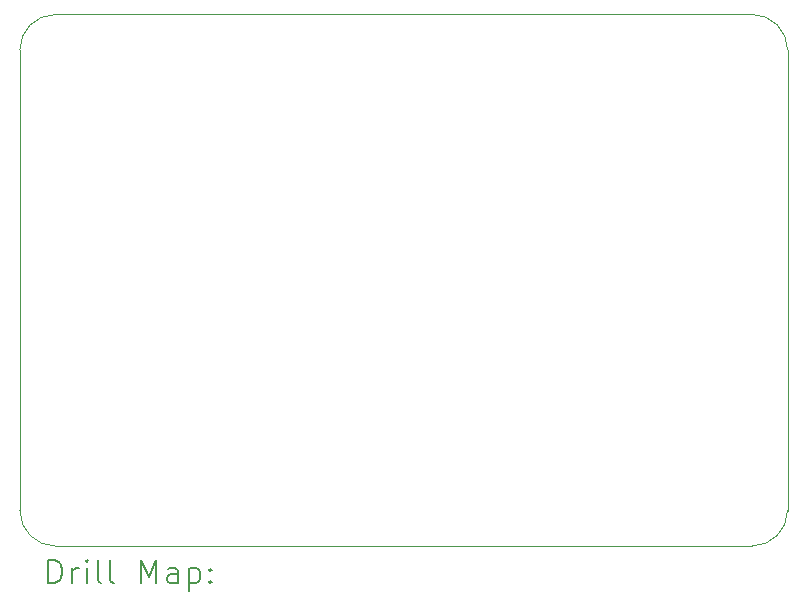
<source format=gbr>
%TF.GenerationSoftware,KiCad,Pcbnew,7.0.1*%
%TF.CreationDate,2024-03-31T21:38:26-04:00*%
%TF.ProjectId,Radio HAT,52616469-6f20-4484-9154-2e6b69636164,v1.1*%
%TF.SameCoordinates,Original*%
%TF.FileFunction,Drillmap*%
%TF.FilePolarity,Positive*%
%FSLAX45Y45*%
G04 Gerber Fmt 4.5, Leading zero omitted, Abs format (unit mm)*
G04 Created by KiCad (PCBNEW 7.0.1) date 2024-03-31 21:38:26*
%MOMM*%
%LPD*%
G01*
G04 APERTURE LIST*
%ADD10C,0.100000*%
%ADD11C,0.200000*%
G04 APERTURE END LIST*
D10*
X16500000Y-10300000D02*
X16500000Y-13700000D01*
X16500000Y-10300000D02*
G75*
G03*
X16200000Y-10000000I-300000J0D01*
G01*
X10000000Y-10300000D02*
X10000000Y-13700000D01*
X10300000Y-10000000D02*
G75*
G03*
X10000000Y-10300000I0J-300000D01*
G01*
X16200000Y-14500000D02*
X10300000Y-14500000D01*
X10000000Y-13700000D02*
X10000000Y-14200000D01*
X10000000Y-14200000D02*
G75*
G03*
X10300000Y-14500000I300000J0D01*
G01*
X16500000Y-13700000D02*
X16500000Y-14200000D01*
X10300000Y-10000000D02*
X16200000Y-10000000D01*
X16200000Y-14500000D02*
G75*
G03*
X16500000Y-14200000I0J300000D01*
G01*
D11*
X10242619Y-14817524D02*
X10242619Y-14617524D01*
X10242619Y-14617524D02*
X10290238Y-14617524D01*
X10290238Y-14617524D02*
X10318810Y-14627048D01*
X10318810Y-14627048D02*
X10337857Y-14646095D01*
X10337857Y-14646095D02*
X10347381Y-14665143D01*
X10347381Y-14665143D02*
X10356905Y-14703238D01*
X10356905Y-14703238D02*
X10356905Y-14731809D01*
X10356905Y-14731809D02*
X10347381Y-14769905D01*
X10347381Y-14769905D02*
X10337857Y-14788952D01*
X10337857Y-14788952D02*
X10318810Y-14808000D01*
X10318810Y-14808000D02*
X10290238Y-14817524D01*
X10290238Y-14817524D02*
X10242619Y-14817524D01*
X10442619Y-14817524D02*
X10442619Y-14684190D01*
X10442619Y-14722286D02*
X10452143Y-14703238D01*
X10452143Y-14703238D02*
X10461667Y-14693714D01*
X10461667Y-14693714D02*
X10480714Y-14684190D01*
X10480714Y-14684190D02*
X10499762Y-14684190D01*
X10566429Y-14817524D02*
X10566429Y-14684190D01*
X10566429Y-14617524D02*
X10556905Y-14627048D01*
X10556905Y-14627048D02*
X10566429Y-14636571D01*
X10566429Y-14636571D02*
X10575952Y-14627048D01*
X10575952Y-14627048D02*
X10566429Y-14617524D01*
X10566429Y-14617524D02*
X10566429Y-14636571D01*
X10690238Y-14817524D02*
X10671190Y-14808000D01*
X10671190Y-14808000D02*
X10661667Y-14788952D01*
X10661667Y-14788952D02*
X10661667Y-14617524D01*
X10795000Y-14817524D02*
X10775952Y-14808000D01*
X10775952Y-14808000D02*
X10766429Y-14788952D01*
X10766429Y-14788952D02*
X10766429Y-14617524D01*
X11023571Y-14817524D02*
X11023571Y-14617524D01*
X11023571Y-14617524D02*
X11090238Y-14760381D01*
X11090238Y-14760381D02*
X11156905Y-14617524D01*
X11156905Y-14617524D02*
X11156905Y-14817524D01*
X11337857Y-14817524D02*
X11337857Y-14712762D01*
X11337857Y-14712762D02*
X11328333Y-14693714D01*
X11328333Y-14693714D02*
X11309286Y-14684190D01*
X11309286Y-14684190D02*
X11271190Y-14684190D01*
X11271190Y-14684190D02*
X11252143Y-14693714D01*
X11337857Y-14808000D02*
X11318809Y-14817524D01*
X11318809Y-14817524D02*
X11271190Y-14817524D01*
X11271190Y-14817524D02*
X11252143Y-14808000D01*
X11252143Y-14808000D02*
X11242619Y-14788952D01*
X11242619Y-14788952D02*
X11242619Y-14769905D01*
X11242619Y-14769905D02*
X11252143Y-14750857D01*
X11252143Y-14750857D02*
X11271190Y-14741333D01*
X11271190Y-14741333D02*
X11318809Y-14741333D01*
X11318809Y-14741333D02*
X11337857Y-14731809D01*
X11433095Y-14684190D02*
X11433095Y-14884190D01*
X11433095Y-14693714D02*
X11452143Y-14684190D01*
X11452143Y-14684190D02*
X11490238Y-14684190D01*
X11490238Y-14684190D02*
X11509286Y-14693714D01*
X11509286Y-14693714D02*
X11518809Y-14703238D01*
X11518809Y-14703238D02*
X11528333Y-14722286D01*
X11528333Y-14722286D02*
X11528333Y-14779428D01*
X11528333Y-14779428D02*
X11518809Y-14798476D01*
X11518809Y-14798476D02*
X11509286Y-14808000D01*
X11509286Y-14808000D02*
X11490238Y-14817524D01*
X11490238Y-14817524D02*
X11452143Y-14817524D01*
X11452143Y-14817524D02*
X11433095Y-14808000D01*
X11614048Y-14798476D02*
X11623571Y-14808000D01*
X11623571Y-14808000D02*
X11614048Y-14817524D01*
X11614048Y-14817524D02*
X11604524Y-14808000D01*
X11604524Y-14808000D02*
X11614048Y-14798476D01*
X11614048Y-14798476D02*
X11614048Y-14817524D01*
X11614048Y-14693714D02*
X11623571Y-14703238D01*
X11623571Y-14703238D02*
X11614048Y-14712762D01*
X11614048Y-14712762D02*
X11604524Y-14703238D01*
X11604524Y-14703238D02*
X11614048Y-14693714D01*
X11614048Y-14693714D02*
X11614048Y-14712762D01*
M02*

</source>
